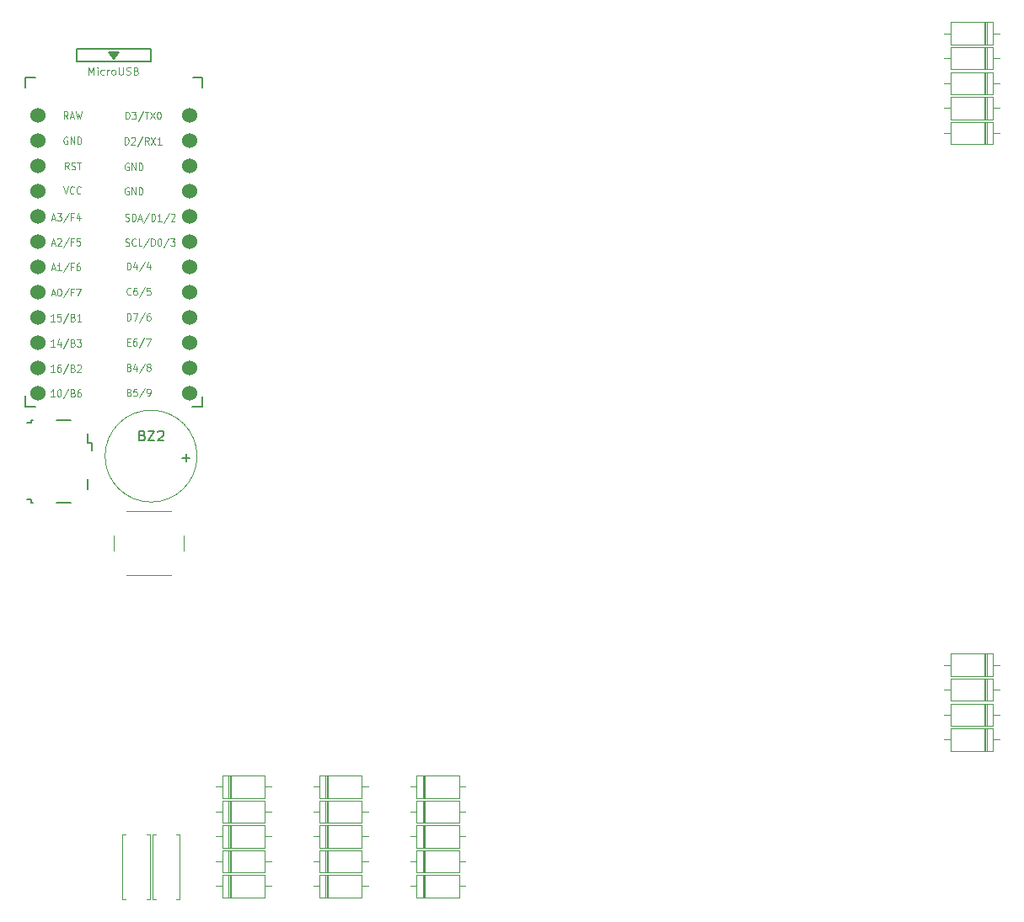
<source format=gto>
%TF.GenerationSoftware,KiCad,Pcbnew,(5.99.0-12766-g4a3658027e)*%
%TF.CreationDate,2021-12-04T14:11:47+09:00*%
%TF.ProjectId,right,72696768-742e-46b6-9963-61645f706362,rev?*%
%TF.SameCoordinates,Original*%
%TF.FileFunction,Legend,Top*%
%TF.FilePolarity,Positive*%
%FSLAX46Y46*%
G04 Gerber Fmt 4.6, Leading zero omitted, Abs format (unit mm)*
G04 Created by KiCad (PCBNEW (5.99.0-12766-g4a3658027e)) date 2021-12-04 14:11:47*
%MOMM*%
%LPD*%
G01*
G04 APERTURE LIST*
%ADD10C,0.125000*%
%ADD11C,0.150000*%
%ADD12C,0.120000*%
%ADD13C,1.524000*%
%ADD14R,1.600000X1.600000*%
%ADD15O,1.600000X1.600000*%
%ADD16C,1.600000*%
%ADD17C,3.000000*%
%ADD18C,3.400000*%
%ADD19C,1.900000*%
%ADD20C,0.990600*%
%ADD21C,2.000000*%
%ADD22C,5.700000*%
%ADD23O,0.800000X0.800000*%
%ADD24R,1.300000X0.450000*%
%ADD25O,1.800000X1.150000*%
%ADD26O,2.000000X1.450000*%
G04 APERTURE END LIST*
D10*
%TO.C,U2*%
X169817380Y-57039285D02*
X169434523Y-57039285D01*
X169625952Y-57039285D02*
X169625952Y-56289285D01*
X169562142Y-56396428D01*
X169498333Y-56467857D01*
X169434523Y-56503571D01*
X170232142Y-56289285D02*
X170295952Y-56289285D01*
X170359761Y-56325000D01*
X170391666Y-56360714D01*
X170423571Y-56432142D01*
X170455476Y-56575000D01*
X170455476Y-56753571D01*
X170423571Y-56896428D01*
X170391666Y-56967857D01*
X170359761Y-57003571D01*
X170295952Y-57039285D01*
X170232142Y-57039285D01*
X170168333Y-57003571D01*
X170136428Y-56967857D01*
X170104523Y-56896428D01*
X170072619Y-56753571D01*
X170072619Y-56575000D01*
X170104523Y-56432142D01*
X170136428Y-56360714D01*
X170168333Y-56325000D01*
X170232142Y-56289285D01*
X171221190Y-56253571D02*
X170646904Y-57217857D01*
X171667857Y-56646428D02*
X171763571Y-56682142D01*
X171795476Y-56717857D01*
X171827380Y-56789285D01*
X171827380Y-56896428D01*
X171795476Y-56967857D01*
X171763571Y-57003571D01*
X171699761Y-57039285D01*
X171444523Y-57039285D01*
X171444523Y-56289285D01*
X171667857Y-56289285D01*
X171731666Y-56325000D01*
X171763571Y-56360714D01*
X171795476Y-56432142D01*
X171795476Y-56503571D01*
X171763571Y-56575000D01*
X171731666Y-56610714D01*
X171667857Y-56646428D01*
X171444523Y-56646428D01*
X172401666Y-56289285D02*
X172274047Y-56289285D01*
X172210238Y-56325000D01*
X172178333Y-56360714D01*
X172114523Y-56467857D01*
X172082619Y-56610714D01*
X172082619Y-56896428D01*
X172114523Y-56967857D01*
X172146428Y-57003571D01*
X172210238Y-57039285D01*
X172337857Y-57039285D01*
X172401666Y-57003571D01*
X172433571Y-56967857D01*
X172465476Y-56896428D01*
X172465476Y-56717857D01*
X172433571Y-56646428D01*
X172401666Y-56610714D01*
X172337857Y-56575000D01*
X172210238Y-56575000D01*
X172146428Y-56610714D01*
X172114523Y-56646428D01*
X172082619Y-56717857D01*
X170706666Y-35889285D02*
X170930000Y-36639285D01*
X171153333Y-35889285D01*
X171759523Y-36567857D02*
X171727619Y-36603571D01*
X171631904Y-36639285D01*
X171568095Y-36639285D01*
X171472380Y-36603571D01*
X171408571Y-36532142D01*
X171376666Y-36460714D01*
X171344761Y-36317857D01*
X171344761Y-36210714D01*
X171376666Y-36067857D01*
X171408571Y-35996428D01*
X171472380Y-35925000D01*
X171568095Y-35889285D01*
X171631904Y-35889285D01*
X171727619Y-35925000D01*
X171759523Y-35960714D01*
X172429523Y-36567857D02*
X172397619Y-36603571D01*
X172301904Y-36639285D01*
X172238095Y-36639285D01*
X172142380Y-36603571D01*
X172078571Y-36532142D01*
X172046666Y-36460714D01*
X172014761Y-36317857D01*
X172014761Y-36210714D01*
X172046666Y-36067857D01*
X172078571Y-35996428D01*
X172142380Y-35925000D01*
X172238095Y-35889285D01*
X172301904Y-35889285D01*
X172397619Y-35925000D01*
X172429523Y-35960714D01*
X176911428Y-39328571D02*
X177007142Y-39364285D01*
X177166666Y-39364285D01*
X177230476Y-39328571D01*
X177262380Y-39292857D01*
X177294285Y-39221428D01*
X177294285Y-39150000D01*
X177262380Y-39078571D01*
X177230476Y-39042857D01*
X177166666Y-39007142D01*
X177039047Y-38971428D01*
X176975238Y-38935714D01*
X176943333Y-38900000D01*
X176911428Y-38828571D01*
X176911428Y-38757142D01*
X176943333Y-38685714D01*
X176975238Y-38650000D01*
X177039047Y-38614285D01*
X177198571Y-38614285D01*
X177294285Y-38650000D01*
X177581428Y-39364285D02*
X177581428Y-38614285D01*
X177740952Y-38614285D01*
X177836666Y-38650000D01*
X177900476Y-38721428D01*
X177932380Y-38792857D01*
X177964285Y-38935714D01*
X177964285Y-39042857D01*
X177932380Y-39185714D01*
X177900476Y-39257142D01*
X177836666Y-39328571D01*
X177740952Y-39364285D01*
X177581428Y-39364285D01*
X178219523Y-39150000D02*
X178538571Y-39150000D01*
X178155714Y-39364285D02*
X178379047Y-38614285D01*
X178602380Y-39364285D01*
X179304285Y-38578571D02*
X178730000Y-39542857D01*
X179527619Y-39364285D02*
X179527619Y-38614285D01*
X179687142Y-38614285D01*
X179782857Y-38650000D01*
X179846666Y-38721428D01*
X179878571Y-38792857D01*
X179910476Y-38935714D01*
X179910476Y-39042857D01*
X179878571Y-39185714D01*
X179846666Y-39257142D01*
X179782857Y-39328571D01*
X179687142Y-39364285D01*
X179527619Y-39364285D01*
X180548571Y-39364285D02*
X180165714Y-39364285D01*
X180357142Y-39364285D02*
X180357142Y-38614285D01*
X180293333Y-38721428D01*
X180229523Y-38792857D01*
X180165714Y-38828571D01*
X181314285Y-38578571D02*
X180740000Y-39542857D01*
X181505714Y-38685714D02*
X181537619Y-38650000D01*
X181601428Y-38614285D01*
X181760952Y-38614285D01*
X181824761Y-38650000D01*
X181856666Y-38685714D01*
X181888571Y-38757142D01*
X181888571Y-38828571D01*
X181856666Y-38935714D01*
X181473809Y-39364285D01*
X181888571Y-39364285D01*
X176961190Y-29114285D02*
X176961190Y-28364285D01*
X177120714Y-28364285D01*
X177216428Y-28400000D01*
X177280238Y-28471428D01*
X177312142Y-28542857D01*
X177344047Y-28685714D01*
X177344047Y-28792857D01*
X177312142Y-28935714D01*
X177280238Y-29007142D01*
X177216428Y-29078571D01*
X177120714Y-29114285D01*
X176961190Y-29114285D01*
X177567380Y-28364285D02*
X177982142Y-28364285D01*
X177758809Y-28650000D01*
X177854523Y-28650000D01*
X177918333Y-28685714D01*
X177950238Y-28721428D01*
X177982142Y-28792857D01*
X177982142Y-28971428D01*
X177950238Y-29042857D01*
X177918333Y-29078571D01*
X177854523Y-29114285D01*
X177663095Y-29114285D01*
X177599285Y-29078571D01*
X177567380Y-29042857D01*
X178747857Y-28328571D02*
X178173571Y-29292857D01*
X178875476Y-28364285D02*
X179258333Y-28364285D01*
X179066904Y-29114285D02*
X179066904Y-28364285D01*
X179417857Y-28364285D02*
X179864523Y-29114285D01*
X179864523Y-28364285D02*
X179417857Y-29114285D01*
X180247380Y-28364285D02*
X180311190Y-28364285D01*
X180375000Y-28400000D01*
X180406904Y-28435714D01*
X180438809Y-28507142D01*
X180470714Y-28650000D01*
X180470714Y-28828571D01*
X180438809Y-28971428D01*
X180406904Y-29042857D01*
X180375000Y-29078571D01*
X180311190Y-29114285D01*
X180247380Y-29114285D01*
X180183571Y-29078571D01*
X180151666Y-29042857D01*
X180119761Y-28971428D01*
X180087857Y-28828571D01*
X180087857Y-28650000D01*
X180119761Y-28507142D01*
X180151666Y-28435714D01*
X180183571Y-28400000D01*
X180247380Y-28364285D01*
X171233095Y-34189285D02*
X171009761Y-33832142D01*
X170850238Y-34189285D02*
X170850238Y-33439285D01*
X171105476Y-33439285D01*
X171169285Y-33475000D01*
X171201190Y-33510714D01*
X171233095Y-33582142D01*
X171233095Y-33689285D01*
X171201190Y-33760714D01*
X171169285Y-33796428D01*
X171105476Y-33832142D01*
X170850238Y-33832142D01*
X171488333Y-34153571D02*
X171584047Y-34189285D01*
X171743571Y-34189285D01*
X171807380Y-34153571D01*
X171839285Y-34117857D01*
X171871190Y-34046428D01*
X171871190Y-33975000D01*
X171839285Y-33903571D01*
X171807380Y-33867857D01*
X171743571Y-33832142D01*
X171615952Y-33796428D01*
X171552142Y-33760714D01*
X171520238Y-33725000D01*
X171488333Y-33653571D01*
X171488333Y-33582142D01*
X171520238Y-33510714D01*
X171552142Y-33475000D01*
X171615952Y-33439285D01*
X171775476Y-33439285D01*
X171871190Y-33475000D01*
X172062619Y-33439285D02*
X172445476Y-33439285D01*
X172254047Y-34189285D02*
X172254047Y-33439285D01*
X177117380Y-51521428D02*
X177340714Y-51521428D01*
X177436428Y-51914285D02*
X177117380Y-51914285D01*
X177117380Y-51164285D01*
X177436428Y-51164285D01*
X178010714Y-51164285D02*
X177883095Y-51164285D01*
X177819285Y-51200000D01*
X177787380Y-51235714D01*
X177723571Y-51342857D01*
X177691666Y-51485714D01*
X177691666Y-51771428D01*
X177723571Y-51842857D01*
X177755476Y-51878571D01*
X177819285Y-51914285D01*
X177946904Y-51914285D01*
X178010714Y-51878571D01*
X178042619Y-51842857D01*
X178074523Y-51771428D01*
X178074523Y-51592857D01*
X178042619Y-51521428D01*
X178010714Y-51485714D01*
X177946904Y-51450000D01*
X177819285Y-51450000D01*
X177755476Y-51485714D01*
X177723571Y-51521428D01*
X177691666Y-51592857D01*
X178840238Y-51128571D02*
X178265952Y-52092857D01*
X178999761Y-51164285D02*
X179446428Y-51164285D01*
X179159285Y-51914285D01*
X177085476Y-44264285D02*
X177085476Y-43514285D01*
X177245000Y-43514285D01*
X177340714Y-43550000D01*
X177404523Y-43621428D01*
X177436428Y-43692857D01*
X177468333Y-43835714D01*
X177468333Y-43942857D01*
X177436428Y-44085714D01*
X177404523Y-44157142D01*
X177340714Y-44228571D01*
X177245000Y-44264285D01*
X177085476Y-44264285D01*
X178042619Y-43764285D02*
X178042619Y-44264285D01*
X177883095Y-43478571D02*
X177723571Y-44014285D01*
X178138333Y-44014285D01*
X178872142Y-43478571D02*
X178297857Y-44442857D01*
X179382619Y-43764285D02*
X179382619Y-44264285D01*
X179223095Y-43478571D02*
X179063571Y-44014285D01*
X179478333Y-44014285D01*
X177468333Y-46742857D02*
X177436428Y-46778571D01*
X177340714Y-46814285D01*
X177276904Y-46814285D01*
X177181190Y-46778571D01*
X177117380Y-46707142D01*
X177085476Y-46635714D01*
X177053571Y-46492857D01*
X177053571Y-46385714D01*
X177085476Y-46242857D01*
X177117380Y-46171428D01*
X177181190Y-46100000D01*
X177276904Y-46064285D01*
X177340714Y-46064285D01*
X177436428Y-46100000D01*
X177468333Y-46135714D01*
X178042619Y-46064285D02*
X177915000Y-46064285D01*
X177851190Y-46100000D01*
X177819285Y-46135714D01*
X177755476Y-46242857D01*
X177723571Y-46385714D01*
X177723571Y-46671428D01*
X177755476Y-46742857D01*
X177787380Y-46778571D01*
X177851190Y-46814285D01*
X177978809Y-46814285D01*
X178042619Y-46778571D01*
X178074523Y-46742857D01*
X178106428Y-46671428D01*
X178106428Y-46492857D01*
X178074523Y-46421428D01*
X178042619Y-46385714D01*
X177978809Y-46350000D01*
X177851190Y-46350000D01*
X177787380Y-46385714D01*
X177755476Y-46421428D01*
X177723571Y-46492857D01*
X178872142Y-46028571D02*
X178297857Y-46992857D01*
X179414523Y-46064285D02*
X179095476Y-46064285D01*
X179063571Y-46421428D01*
X179095476Y-46385714D01*
X179159285Y-46350000D01*
X179318809Y-46350000D01*
X179382619Y-46385714D01*
X179414523Y-46421428D01*
X179446428Y-46492857D01*
X179446428Y-46671428D01*
X179414523Y-46742857D01*
X179382619Y-46778571D01*
X179318809Y-46814285D01*
X179159285Y-46814285D01*
X179095476Y-46778571D01*
X179063571Y-46742857D01*
D11*
D10*
X171089523Y-30925000D02*
X171025714Y-30889285D01*
X170930000Y-30889285D01*
X170834285Y-30925000D01*
X170770476Y-30996428D01*
X170738571Y-31067857D01*
X170706666Y-31210714D01*
X170706666Y-31317857D01*
X170738571Y-31460714D01*
X170770476Y-31532142D01*
X170834285Y-31603571D01*
X170930000Y-31639285D01*
X170993809Y-31639285D01*
X171089523Y-31603571D01*
X171121428Y-31567857D01*
X171121428Y-31317857D01*
X170993809Y-31317857D01*
X171408571Y-31639285D02*
X171408571Y-30889285D01*
X171791428Y-31639285D01*
X171791428Y-30889285D01*
X172110476Y-31639285D02*
X172110476Y-30889285D01*
X172270000Y-30889285D01*
X172365714Y-30925000D01*
X172429523Y-30996428D01*
X172461428Y-31067857D01*
X172493333Y-31210714D01*
X172493333Y-31317857D01*
X172461428Y-31460714D01*
X172429523Y-31532142D01*
X172365714Y-31603571D01*
X172270000Y-31639285D01*
X172110476Y-31639285D01*
X169514285Y-41625000D02*
X169833333Y-41625000D01*
X169450476Y-41839285D02*
X169673809Y-41089285D01*
X169897142Y-41839285D01*
X170088571Y-41160714D02*
X170120476Y-41125000D01*
X170184285Y-41089285D01*
X170343809Y-41089285D01*
X170407619Y-41125000D01*
X170439523Y-41160714D01*
X170471428Y-41232142D01*
X170471428Y-41303571D01*
X170439523Y-41410714D01*
X170056666Y-41839285D01*
X170471428Y-41839285D01*
X171237142Y-41053571D02*
X170662857Y-42017857D01*
X171683809Y-41446428D02*
X171460476Y-41446428D01*
X171460476Y-41839285D02*
X171460476Y-41089285D01*
X171779523Y-41089285D01*
X172353809Y-41089285D02*
X172034761Y-41089285D01*
X172002857Y-41446428D01*
X172034761Y-41410714D01*
X172098571Y-41375000D01*
X172258095Y-41375000D01*
X172321904Y-41410714D01*
X172353809Y-41446428D01*
X172385714Y-41517857D01*
X172385714Y-41696428D01*
X172353809Y-41767857D01*
X172321904Y-41803571D01*
X172258095Y-41839285D01*
X172098571Y-41839285D01*
X172034761Y-41803571D01*
X172002857Y-41767857D01*
X169514285Y-44125000D02*
X169833333Y-44125000D01*
X169450476Y-44339285D02*
X169673809Y-43589285D01*
X169897142Y-44339285D01*
X170471428Y-44339285D02*
X170088571Y-44339285D01*
X170280000Y-44339285D02*
X170280000Y-43589285D01*
X170216190Y-43696428D01*
X170152380Y-43767857D01*
X170088571Y-43803571D01*
X171237142Y-43553571D02*
X170662857Y-44517857D01*
X171683809Y-43946428D02*
X171460476Y-43946428D01*
X171460476Y-44339285D02*
X171460476Y-43589285D01*
X171779523Y-43589285D01*
X172321904Y-43589285D02*
X172194285Y-43589285D01*
X172130476Y-43625000D01*
X172098571Y-43660714D01*
X172034761Y-43767857D01*
X172002857Y-43910714D01*
X172002857Y-44196428D01*
X172034761Y-44267857D01*
X172066666Y-44303571D01*
X172130476Y-44339285D01*
X172258095Y-44339285D01*
X172321904Y-44303571D01*
X172353809Y-44267857D01*
X172385714Y-44196428D01*
X172385714Y-44017857D01*
X172353809Y-43946428D01*
X172321904Y-43910714D01*
X172258095Y-43875000D01*
X172130476Y-43875000D01*
X172066666Y-43910714D01*
X172034761Y-43946428D01*
X172002857Y-44017857D01*
X169817380Y-49439285D02*
X169434523Y-49439285D01*
X169625952Y-49439285D02*
X169625952Y-48689285D01*
X169562142Y-48796428D01*
X169498333Y-48867857D01*
X169434523Y-48903571D01*
X170423571Y-48689285D02*
X170104523Y-48689285D01*
X170072619Y-49046428D01*
X170104523Y-49010714D01*
X170168333Y-48975000D01*
X170327857Y-48975000D01*
X170391666Y-49010714D01*
X170423571Y-49046428D01*
X170455476Y-49117857D01*
X170455476Y-49296428D01*
X170423571Y-49367857D01*
X170391666Y-49403571D01*
X170327857Y-49439285D01*
X170168333Y-49439285D01*
X170104523Y-49403571D01*
X170072619Y-49367857D01*
X171221190Y-48653571D02*
X170646904Y-49617857D01*
X171667857Y-49046428D02*
X171763571Y-49082142D01*
X171795476Y-49117857D01*
X171827380Y-49189285D01*
X171827380Y-49296428D01*
X171795476Y-49367857D01*
X171763571Y-49403571D01*
X171699761Y-49439285D01*
X171444523Y-49439285D01*
X171444523Y-48689285D01*
X171667857Y-48689285D01*
X171731666Y-48725000D01*
X171763571Y-48760714D01*
X171795476Y-48832142D01*
X171795476Y-48903571D01*
X171763571Y-48975000D01*
X171731666Y-49010714D01*
X171667857Y-49046428D01*
X171444523Y-49046428D01*
X172465476Y-49439285D02*
X172082619Y-49439285D01*
X172274047Y-49439285D02*
X172274047Y-48689285D01*
X172210238Y-48796428D01*
X172146428Y-48867857D01*
X172082619Y-48903571D01*
X177308809Y-54071428D02*
X177404523Y-54107142D01*
X177436428Y-54142857D01*
X177468333Y-54214285D01*
X177468333Y-54321428D01*
X177436428Y-54392857D01*
X177404523Y-54428571D01*
X177340714Y-54464285D01*
X177085476Y-54464285D01*
X177085476Y-53714285D01*
X177308809Y-53714285D01*
X177372619Y-53750000D01*
X177404523Y-53785714D01*
X177436428Y-53857142D01*
X177436428Y-53928571D01*
X177404523Y-54000000D01*
X177372619Y-54035714D01*
X177308809Y-54071428D01*
X177085476Y-54071428D01*
X178042619Y-53964285D02*
X178042619Y-54464285D01*
X177883095Y-53678571D02*
X177723571Y-54214285D01*
X178138333Y-54214285D01*
X178872142Y-53678571D02*
X178297857Y-54642857D01*
X179191190Y-54035714D02*
X179127380Y-54000000D01*
X179095476Y-53964285D01*
X179063571Y-53892857D01*
X179063571Y-53857142D01*
X179095476Y-53785714D01*
X179127380Y-53750000D01*
X179191190Y-53714285D01*
X179318809Y-53714285D01*
X179382619Y-53750000D01*
X179414523Y-53785714D01*
X179446428Y-53857142D01*
X179446428Y-53892857D01*
X179414523Y-53964285D01*
X179382619Y-54000000D01*
X179318809Y-54035714D01*
X179191190Y-54035714D01*
X179127380Y-54071428D01*
X179095476Y-54107142D01*
X179063571Y-54178571D01*
X179063571Y-54321428D01*
X179095476Y-54392857D01*
X179127380Y-54428571D01*
X179191190Y-54464285D01*
X179318809Y-54464285D01*
X179382619Y-54428571D01*
X179414523Y-54392857D01*
X179446428Y-54321428D01*
X179446428Y-54178571D01*
X179414523Y-54107142D01*
X179382619Y-54071428D01*
X179318809Y-54035714D01*
X169514285Y-39125000D02*
X169833333Y-39125000D01*
X169450476Y-39339285D02*
X169673809Y-38589285D01*
X169897142Y-39339285D01*
X170056666Y-38589285D02*
X170471428Y-38589285D01*
X170248095Y-38875000D01*
X170343809Y-38875000D01*
X170407619Y-38910714D01*
X170439523Y-38946428D01*
X170471428Y-39017857D01*
X170471428Y-39196428D01*
X170439523Y-39267857D01*
X170407619Y-39303571D01*
X170343809Y-39339285D01*
X170152380Y-39339285D01*
X170088571Y-39303571D01*
X170056666Y-39267857D01*
X171237142Y-38553571D02*
X170662857Y-39517857D01*
X171683809Y-38946428D02*
X171460476Y-38946428D01*
X171460476Y-39339285D02*
X171460476Y-38589285D01*
X171779523Y-38589285D01*
X172321904Y-38839285D02*
X172321904Y-39339285D01*
X172162380Y-38553571D02*
X172002857Y-39089285D01*
X172417619Y-39089285D01*
X177239523Y-33550000D02*
X177175714Y-33514285D01*
X177080000Y-33514285D01*
X176984285Y-33550000D01*
X176920476Y-33621428D01*
X176888571Y-33692857D01*
X176856666Y-33835714D01*
X176856666Y-33942857D01*
X176888571Y-34085714D01*
X176920476Y-34157142D01*
X176984285Y-34228571D01*
X177080000Y-34264285D01*
X177143809Y-34264285D01*
X177239523Y-34228571D01*
X177271428Y-34192857D01*
X177271428Y-33942857D01*
X177143809Y-33942857D01*
X177558571Y-34264285D02*
X177558571Y-33514285D01*
X177941428Y-34264285D01*
X177941428Y-33514285D01*
X178260476Y-34264285D02*
X178260476Y-33514285D01*
X178420000Y-33514285D01*
X178515714Y-33550000D01*
X178579523Y-33621428D01*
X178611428Y-33692857D01*
X178643333Y-33835714D01*
X178643333Y-33942857D01*
X178611428Y-34085714D01*
X178579523Y-34157142D01*
X178515714Y-34228571D01*
X178420000Y-34264285D01*
X178260476Y-34264285D01*
X171137380Y-29089285D02*
X170914047Y-28732142D01*
X170754523Y-29089285D02*
X170754523Y-28339285D01*
X171009761Y-28339285D01*
X171073571Y-28375000D01*
X171105476Y-28410714D01*
X171137380Y-28482142D01*
X171137380Y-28589285D01*
X171105476Y-28660714D01*
X171073571Y-28696428D01*
X171009761Y-28732142D01*
X170754523Y-28732142D01*
X171392619Y-28875000D02*
X171711666Y-28875000D01*
X171328809Y-29089285D02*
X171552142Y-28339285D01*
X171775476Y-29089285D01*
X171935000Y-28339285D02*
X172094523Y-29089285D01*
X172222142Y-28553571D01*
X172349761Y-29089285D01*
X172509285Y-28339285D01*
D12*
X173253571Y-24639285D02*
X173253571Y-23889285D01*
X173503571Y-24425000D01*
X173753571Y-23889285D01*
X173753571Y-24639285D01*
X174110714Y-24639285D02*
X174110714Y-24139285D01*
X174110714Y-23889285D02*
X174075000Y-23925000D01*
X174110714Y-23960714D01*
X174146428Y-23925000D01*
X174110714Y-23889285D01*
X174110714Y-23960714D01*
X174789285Y-24603571D02*
X174717857Y-24639285D01*
X174575000Y-24639285D01*
X174503571Y-24603571D01*
X174467857Y-24567857D01*
X174432142Y-24496428D01*
X174432142Y-24282142D01*
X174467857Y-24210714D01*
X174503571Y-24175000D01*
X174575000Y-24139285D01*
X174717857Y-24139285D01*
X174789285Y-24175000D01*
X175110714Y-24639285D02*
X175110714Y-24139285D01*
X175110714Y-24282142D02*
X175146428Y-24210714D01*
X175182142Y-24175000D01*
X175253571Y-24139285D01*
X175325000Y-24139285D01*
X175682142Y-24639285D02*
X175610714Y-24603571D01*
X175575000Y-24567857D01*
X175539285Y-24496428D01*
X175539285Y-24282142D01*
X175575000Y-24210714D01*
X175610714Y-24175000D01*
X175682142Y-24139285D01*
X175789285Y-24139285D01*
X175860714Y-24175000D01*
X175896428Y-24210714D01*
X175932142Y-24282142D01*
X175932142Y-24496428D01*
X175896428Y-24567857D01*
X175860714Y-24603571D01*
X175789285Y-24639285D01*
X175682142Y-24639285D01*
X176253571Y-23889285D02*
X176253571Y-24496428D01*
X176289285Y-24567857D01*
X176325000Y-24603571D01*
X176396428Y-24639285D01*
X176539285Y-24639285D01*
X176610714Y-24603571D01*
X176646428Y-24567857D01*
X176682142Y-24496428D01*
X176682142Y-23889285D01*
X177003571Y-24603571D02*
X177110714Y-24639285D01*
X177289285Y-24639285D01*
X177360714Y-24603571D01*
X177396428Y-24567857D01*
X177432142Y-24496428D01*
X177432142Y-24425000D01*
X177396428Y-24353571D01*
X177360714Y-24317857D01*
X177289285Y-24282142D01*
X177146428Y-24246428D01*
X177075000Y-24210714D01*
X177039285Y-24175000D01*
X177003571Y-24103571D01*
X177003571Y-24032142D01*
X177039285Y-23960714D01*
X177075000Y-23925000D01*
X177146428Y-23889285D01*
X177325000Y-23889285D01*
X177432142Y-23925000D01*
X178003571Y-24246428D02*
X178110714Y-24282142D01*
X178146428Y-24317857D01*
X178182142Y-24389285D01*
X178182142Y-24496428D01*
X178146428Y-24567857D01*
X178110714Y-24603571D01*
X178039285Y-24639285D01*
X177753571Y-24639285D01*
X177753571Y-23889285D01*
X178003571Y-23889285D01*
X178075000Y-23925000D01*
X178110714Y-23960714D01*
X178146428Y-24032142D01*
X178146428Y-24103571D01*
X178110714Y-24175000D01*
X178075000Y-24210714D01*
X178003571Y-24246428D01*
X177753571Y-24246428D01*
D10*
X176881428Y-31664285D02*
X176881428Y-30914285D01*
X177040952Y-30914285D01*
X177136666Y-30950000D01*
X177200476Y-31021428D01*
X177232380Y-31092857D01*
X177264285Y-31235714D01*
X177264285Y-31342857D01*
X177232380Y-31485714D01*
X177200476Y-31557142D01*
X177136666Y-31628571D01*
X177040952Y-31664285D01*
X176881428Y-31664285D01*
X177519523Y-30985714D02*
X177551428Y-30950000D01*
X177615238Y-30914285D01*
X177774761Y-30914285D01*
X177838571Y-30950000D01*
X177870476Y-30985714D01*
X177902380Y-31057142D01*
X177902380Y-31128571D01*
X177870476Y-31235714D01*
X177487619Y-31664285D01*
X177902380Y-31664285D01*
X178668095Y-30878571D02*
X178093809Y-31842857D01*
X179274285Y-31664285D02*
X179050952Y-31307142D01*
X178891428Y-31664285D02*
X178891428Y-30914285D01*
X179146666Y-30914285D01*
X179210476Y-30950000D01*
X179242380Y-30985714D01*
X179274285Y-31057142D01*
X179274285Y-31164285D01*
X179242380Y-31235714D01*
X179210476Y-31271428D01*
X179146666Y-31307142D01*
X178891428Y-31307142D01*
X179497619Y-30914285D02*
X179944285Y-31664285D01*
X179944285Y-30914285D02*
X179497619Y-31664285D01*
X180550476Y-31664285D02*
X180167619Y-31664285D01*
X180359047Y-31664285D02*
X180359047Y-30914285D01*
X180295238Y-31021428D01*
X180231428Y-31092857D01*
X180167619Y-31128571D01*
X177085476Y-49364285D02*
X177085476Y-48614285D01*
X177245000Y-48614285D01*
X177340714Y-48650000D01*
X177404523Y-48721428D01*
X177436428Y-48792857D01*
X177468333Y-48935714D01*
X177468333Y-49042857D01*
X177436428Y-49185714D01*
X177404523Y-49257142D01*
X177340714Y-49328571D01*
X177245000Y-49364285D01*
X177085476Y-49364285D01*
X177691666Y-48614285D02*
X178138333Y-48614285D01*
X177851190Y-49364285D01*
X178872142Y-48578571D02*
X178297857Y-49542857D01*
X179382619Y-48614285D02*
X179255000Y-48614285D01*
X179191190Y-48650000D01*
X179159285Y-48685714D01*
X179095476Y-48792857D01*
X179063571Y-48935714D01*
X179063571Y-49221428D01*
X179095476Y-49292857D01*
X179127380Y-49328571D01*
X179191190Y-49364285D01*
X179318809Y-49364285D01*
X179382619Y-49328571D01*
X179414523Y-49292857D01*
X179446428Y-49221428D01*
X179446428Y-49042857D01*
X179414523Y-48971428D01*
X179382619Y-48935714D01*
X179318809Y-48900000D01*
X179191190Y-48900000D01*
X179127380Y-48935714D01*
X179095476Y-48971428D01*
X179063571Y-49042857D01*
X177239523Y-36000000D02*
X177175714Y-35964285D01*
X177080000Y-35964285D01*
X176984285Y-36000000D01*
X176920476Y-36071428D01*
X176888571Y-36142857D01*
X176856666Y-36285714D01*
X176856666Y-36392857D01*
X176888571Y-36535714D01*
X176920476Y-36607142D01*
X176984285Y-36678571D01*
X177080000Y-36714285D01*
X177143809Y-36714285D01*
X177239523Y-36678571D01*
X177271428Y-36642857D01*
X177271428Y-36392857D01*
X177143809Y-36392857D01*
X177558571Y-36714285D02*
X177558571Y-35964285D01*
X177941428Y-36714285D01*
X177941428Y-35964285D01*
X178260476Y-36714285D02*
X178260476Y-35964285D01*
X178420000Y-35964285D01*
X178515714Y-36000000D01*
X178579523Y-36071428D01*
X178611428Y-36142857D01*
X178643333Y-36285714D01*
X178643333Y-36392857D01*
X178611428Y-36535714D01*
X178579523Y-36607142D01*
X178515714Y-36678571D01*
X178420000Y-36714285D01*
X178260476Y-36714285D01*
X169514285Y-46675000D02*
X169833333Y-46675000D01*
X169450476Y-46889285D02*
X169673809Y-46139285D01*
X169897142Y-46889285D01*
X170248095Y-46139285D02*
X170311904Y-46139285D01*
X170375714Y-46175000D01*
X170407619Y-46210714D01*
X170439523Y-46282142D01*
X170471428Y-46425000D01*
X170471428Y-46603571D01*
X170439523Y-46746428D01*
X170407619Y-46817857D01*
X170375714Y-46853571D01*
X170311904Y-46889285D01*
X170248095Y-46889285D01*
X170184285Y-46853571D01*
X170152380Y-46817857D01*
X170120476Y-46746428D01*
X170088571Y-46603571D01*
X170088571Y-46425000D01*
X170120476Y-46282142D01*
X170152380Y-46210714D01*
X170184285Y-46175000D01*
X170248095Y-46139285D01*
X171237142Y-46103571D02*
X170662857Y-47067857D01*
X171683809Y-46496428D02*
X171460476Y-46496428D01*
X171460476Y-46889285D02*
X171460476Y-46139285D01*
X171779523Y-46139285D01*
X171970952Y-46139285D02*
X172417619Y-46139285D01*
X172130476Y-46889285D01*
X169817380Y-54539285D02*
X169434523Y-54539285D01*
X169625952Y-54539285D02*
X169625952Y-53789285D01*
X169562142Y-53896428D01*
X169498333Y-53967857D01*
X169434523Y-54003571D01*
X170391666Y-53789285D02*
X170264047Y-53789285D01*
X170200238Y-53825000D01*
X170168333Y-53860714D01*
X170104523Y-53967857D01*
X170072619Y-54110714D01*
X170072619Y-54396428D01*
X170104523Y-54467857D01*
X170136428Y-54503571D01*
X170200238Y-54539285D01*
X170327857Y-54539285D01*
X170391666Y-54503571D01*
X170423571Y-54467857D01*
X170455476Y-54396428D01*
X170455476Y-54217857D01*
X170423571Y-54146428D01*
X170391666Y-54110714D01*
X170327857Y-54075000D01*
X170200238Y-54075000D01*
X170136428Y-54110714D01*
X170104523Y-54146428D01*
X170072619Y-54217857D01*
X171221190Y-53753571D02*
X170646904Y-54717857D01*
X171667857Y-54146428D02*
X171763571Y-54182142D01*
X171795476Y-54217857D01*
X171827380Y-54289285D01*
X171827380Y-54396428D01*
X171795476Y-54467857D01*
X171763571Y-54503571D01*
X171699761Y-54539285D01*
X171444523Y-54539285D01*
X171444523Y-53789285D01*
X171667857Y-53789285D01*
X171731666Y-53825000D01*
X171763571Y-53860714D01*
X171795476Y-53932142D01*
X171795476Y-54003571D01*
X171763571Y-54075000D01*
X171731666Y-54110714D01*
X171667857Y-54146428D01*
X171444523Y-54146428D01*
X172082619Y-53860714D02*
X172114523Y-53825000D01*
X172178333Y-53789285D01*
X172337857Y-53789285D01*
X172401666Y-53825000D01*
X172433571Y-53860714D01*
X172465476Y-53932142D01*
X172465476Y-54003571D01*
X172433571Y-54110714D01*
X172050714Y-54539285D01*
X172465476Y-54539285D01*
X177308809Y-56571428D02*
X177404523Y-56607142D01*
X177436428Y-56642857D01*
X177468333Y-56714285D01*
X177468333Y-56821428D01*
X177436428Y-56892857D01*
X177404523Y-56928571D01*
X177340714Y-56964285D01*
X177085476Y-56964285D01*
X177085476Y-56214285D01*
X177308809Y-56214285D01*
X177372619Y-56250000D01*
X177404523Y-56285714D01*
X177436428Y-56357142D01*
X177436428Y-56428571D01*
X177404523Y-56500000D01*
X177372619Y-56535714D01*
X177308809Y-56571428D01*
X177085476Y-56571428D01*
X178074523Y-56214285D02*
X177755476Y-56214285D01*
X177723571Y-56571428D01*
X177755476Y-56535714D01*
X177819285Y-56500000D01*
X177978809Y-56500000D01*
X178042619Y-56535714D01*
X178074523Y-56571428D01*
X178106428Y-56642857D01*
X178106428Y-56821428D01*
X178074523Y-56892857D01*
X178042619Y-56928571D01*
X177978809Y-56964285D01*
X177819285Y-56964285D01*
X177755476Y-56928571D01*
X177723571Y-56892857D01*
X178872142Y-56178571D02*
X178297857Y-57142857D01*
X179127380Y-56964285D02*
X179255000Y-56964285D01*
X179318809Y-56928571D01*
X179350714Y-56892857D01*
X179414523Y-56785714D01*
X179446428Y-56642857D01*
X179446428Y-56357142D01*
X179414523Y-56285714D01*
X179382619Y-56250000D01*
X179318809Y-56214285D01*
X179191190Y-56214285D01*
X179127380Y-56250000D01*
X179095476Y-56285714D01*
X179063571Y-56357142D01*
X179063571Y-56535714D01*
X179095476Y-56607142D01*
X179127380Y-56642857D01*
X179191190Y-56678571D01*
X179318809Y-56678571D01*
X179382619Y-56642857D01*
X179414523Y-56607142D01*
X179446428Y-56535714D01*
X176927380Y-41828571D02*
X177023095Y-41864285D01*
X177182619Y-41864285D01*
X177246428Y-41828571D01*
X177278333Y-41792857D01*
X177310238Y-41721428D01*
X177310238Y-41650000D01*
X177278333Y-41578571D01*
X177246428Y-41542857D01*
X177182619Y-41507142D01*
X177055000Y-41471428D01*
X176991190Y-41435714D01*
X176959285Y-41400000D01*
X176927380Y-41328571D01*
X176927380Y-41257142D01*
X176959285Y-41185714D01*
X176991190Y-41150000D01*
X177055000Y-41114285D01*
X177214523Y-41114285D01*
X177310238Y-41150000D01*
X177980238Y-41792857D02*
X177948333Y-41828571D01*
X177852619Y-41864285D01*
X177788809Y-41864285D01*
X177693095Y-41828571D01*
X177629285Y-41757142D01*
X177597380Y-41685714D01*
X177565476Y-41542857D01*
X177565476Y-41435714D01*
X177597380Y-41292857D01*
X177629285Y-41221428D01*
X177693095Y-41150000D01*
X177788809Y-41114285D01*
X177852619Y-41114285D01*
X177948333Y-41150000D01*
X177980238Y-41185714D01*
X178586428Y-41864285D02*
X178267380Y-41864285D01*
X178267380Y-41114285D01*
X179288333Y-41078571D02*
X178714047Y-42042857D01*
X179511666Y-41864285D02*
X179511666Y-41114285D01*
X179671190Y-41114285D01*
X179766904Y-41150000D01*
X179830714Y-41221428D01*
X179862619Y-41292857D01*
X179894523Y-41435714D01*
X179894523Y-41542857D01*
X179862619Y-41685714D01*
X179830714Y-41757142D01*
X179766904Y-41828571D01*
X179671190Y-41864285D01*
X179511666Y-41864285D01*
X180309285Y-41114285D02*
X180373095Y-41114285D01*
X180436904Y-41150000D01*
X180468809Y-41185714D01*
X180500714Y-41257142D01*
X180532619Y-41400000D01*
X180532619Y-41578571D01*
X180500714Y-41721428D01*
X180468809Y-41792857D01*
X180436904Y-41828571D01*
X180373095Y-41864285D01*
X180309285Y-41864285D01*
X180245476Y-41828571D01*
X180213571Y-41792857D01*
X180181666Y-41721428D01*
X180149761Y-41578571D01*
X180149761Y-41400000D01*
X180181666Y-41257142D01*
X180213571Y-41185714D01*
X180245476Y-41150000D01*
X180309285Y-41114285D01*
X181298333Y-41078571D02*
X180724047Y-42042857D01*
X181457857Y-41114285D02*
X181872619Y-41114285D01*
X181649285Y-41400000D01*
X181745000Y-41400000D01*
X181808809Y-41435714D01*
X181840714Y-41471428D01*
X181872619Y-41542857D01*
X181872619Y-41721428D01*
X181840714Y-41792857D01*
X181808809Y-41828571D01*
X181745000Y-41864285D01*
X181553571Y-41864285D01*
X181489761Y-41828571D01*
X181457857Y-41792857D01*
X169817380Y-51989285D02*
X169434523Y-51989285D01*
X169625952Y-51989285D02*
X169625952Y-51239285D01*
X169562142Y-51346428D01*
X169498333Y-51417857D01*
X169434523Y-51453571D01*
X170391666Y-51489285D02*
X170391666Y-51989285D01*
X170232142Y-51203571D02*
X170072619Y-51739285D01*
X170487380Y-51739285D01*
X171221190Y-51203571D02*
X170646904Y-52167857D01*
X171667857Y-51596428D02*
X171763571Y-51632142D01*
X171795476Y-51667857D01*
X171827380Y-51739285D01*
X171827380Y-51846428D01*
X171795476Y-51917857D01*
X171763571Y-51953571D01*
X171699761Y-51989285D01*
X171444523Y-51989285D01*
X171444523Y-51239285D01*
X171667857Y-51239285D01*
X171731666Y-51275000D01*
X171763571Y-51310714D01*
X171795476Y-51382142D01*
X171795476Y-51453571D01*
X171763571Y-51525000D01*
X171731666Y-51560714D01*
X171667857Y-51596428D01*
X171444523Y-51596428D01*
X172050714Y-51239285D02*
X172465476Y-51239285D01*
X172242142Y-51525000D01*
X172337857Y-51525000D01*
X172401666Y-51560714D01*
X172433571Y-51596428D01*
X172465476Y-51667857D01*
X172465476Y-51846428D01*
X172433571Y-51917857D01*
X172401666Y-51953571D01*
X172337857Y-51989285D01*
X172146428Y-51989285D01*
X172082619Y-51953571D01*
X172050714Y-51917857D01*
D11*
%TO.C,BZ2*%
X178619047Y-60928571D02*
X178761904Y-60976190D01*
X178809523Y-61023809D01*
X178857142Y-61119047D01*
X178857142Y-61261904D01*
X178809523Y-61357142D01*
X178761904Y-61404761D01*
X178666666Y-61452380D01*
X178285714Y-61452380D01*
X178285714Y-60452380D01*
X178619047Y-60452380D01*
X178714285Y-60500000D01*
X178761904Y-60547619D01*
X178809523Y-60642857D01*
X178809523Y-60738095D01*
X178761904Y-60833333D01*
X178714285Y-60880952D01*
X178619047Y-60928571D01*
X178285714Y-60928571D01*
X179190476Y-60452380D02*
X179857142Y-60452380D01*
X179190476Y-61452380D01*
X179857142Y-61452380D01*
X180190476Y-60547619D02*
X180238095Y-60500000D01*
X180333333Y-60452380D01*
X180571428Y-60452380D01*
X180666666Y-60500000D01*
X180714285Y-60547619D01*
X180761904Y-60642857D01*
X180761904Y-60738095D01*
X180714285Y-60880952D01*
X180142857Y-61452380D01*
X180761904Y-61452380D01*
X182619047Y-63171428D02*
X183380952Y-63171428D01*
X183000000Y-63552380D02*
X183000000Y-62790476D01*
D12*
%TO.C,D24*%
X264060000Y-21620000D02*
X264060000Y-19380000D01*
X263460000Y-21620000D02*
X263460000Y-19380000D01*
X264710000Y-20500000D02*
X264060000Y-20500000D01*
X263220000Y-21620000D02*
X263220000Y-19380000D01*
X259820000Y-21620000D02*
X264060000Y-21620000D01*
X263340000Y-21620000D02*
X263340000Y-19380000D01*
X259820000Y-19380000D02*
X259820000Y-21620000D01*
X264060000Y-19380000D02*
X259820000Y-19380000D01*
X259170000Y-20500000D02*
X259820000Y-20500000D01*
%TO.C,D27*%
X187530000Y-95130000D02*
X187530000Y-97370000D01*
X187290000Y-95130000D02*
X187290000Y-97370000D01*
X187410000Y-95130000D02*
X187410000Y-97370000D01*
X190930000Y-97370000D02*
X190930000Y-95130000D01*
X186690000Y-97370000D02*
X190930000Y-97370000D01*
X186040000Y-96250000D02*
X186690000Y-96250000D01*
X190930000Y-95130000D02*
X186690000Y-95130000D01*
X191580000Y-96250000D02*
X190930000Y-96250000D01*
X186690000Y-95130000D02*
X186690000Y-97370000D01*
%TO.C,D28*%
X263460000Y-85120000D02*
X263460000Y-82880000D01*
X264060000Y-85120000D02*
X264060000Y-82880000D01*
X264710000Y-84000000D02*
X264060000Y-84000000D01*
X263220000Y-85120000D02*
X263220000Y-82880000D01*
X264060000Y-82880000D02*
X259820000Y-82880000D01*
X263340000Y-85120000D02*
X263340000Y-82880000D01*
X259820000Y-82880000D02*
X259820000Y-85120000D01*
X259820000Y-85120000D02*
X264060000Y-85120000D01*
X259170000Y-84000000D02*
X259820000Y-84000000D01*
%TO.C,D29*%
X264710000Y-23000000D02*
X264060000Y-23000000D01*
X259170000Y-23000000D02*
X259820000Y-23000000D01*
X263340000Y-24120000D02*
X263340000Y-21880000D01*
X259820000Y-24120000D02*
X264060000Y-24120000D01*
X259820000Y-21880000D02*
X259820000Y-24120000D01*
X263460000Y-24120000D02*
X263460000Y-21880000D01*
X264060000Y-24120000D02*
X264060000Y-21880000D01*
X264060000Y-21880000D02*
X259820000Y-21880000D01*
X263220000Y-24120000D02*
X263220000Y-21880000D01*
%TO.C,D30*%
X206190000Y-97630000D02*
X206190000Y-99870000D01*
X210430000Y-99870000D02*
X210430000Y-97630000D01*
X206190000Y-99870000D02*
X210430000Y-99870000D01*
X210430000Y-97630000D02*
X206190000Y-97630000D01*
X206910000Y-97630000D02*
X206910000Y-99870000D01*
X211080000Y-98750000D02*
X210430000Y-98750000D01*
X207030000Y-97630000D02*
X207030000Y-99870000D01*
X206790000Y-97630000D02*
X206790000Y-99870000D01*
X205540000Y-98750000D02*
X206190000Y-98750000D01*
%TO.C,D32*%
X187530000Y-97630000D02*
X187530000Y-99870000D01*
X187290000Y-97630000D02*
X187290000Y-99870000D01*
X186040000Y-98750000D02*
X186690000Y-98750000D01*
X190930000Y-99870000D02*
X190930000Y-97630000D01*
X191580000Y-98750000D02*
X190930000Y-98750000D01*
X186690000Y-97630000D02*
X186690000Y-99870000D01*
X186690000Y-99870000D02*
X190930000Y-99870000D01*
X187410000Y-97630000D02*
X187410000Y-99870000D01*
X190930000Y-97630000D02*
X186690000Y-97630000D01*
%TO.C,D34*%
X263460000Y-26620000D02*
X263460000Y-24380000D01*
X259820000Y-24380000D02*
X259820000Y-26620000D01*
X264710000Y-25500000D02*
X264060000Y-25500000D01*
X259170000Y-25500000D02*
X259820000Y-25500000D01*
X264060000Y-26620000D02*
X264060000Y-24380000D01*
X259820000Y-26620000D02*
X264060000Y-26620000D01*
X263220000Y-26620000D02*
X263220000Y-24380000D01*
X263340000Y-26620000D02*
X263340000Y-24380000D01*
X264060000Y-24380000D02*
X259820000Y-24380000D01*
%TO.C,D35*%
X210430000Y-100130000D02*
X206190000Y-100130000D01*
X206790000Y-100130000D02*
X206790000Y-102370000D01*
X206190000Y-102370000D02*
X210430000Y-102370000D01*
X206190000Y-100130000D02*
X206190000Y-102370000D01*
X206910000Y-100130000D02*
X206910000Y-102370000D01*
X211080000Y-101250000D02*
X210430000Y-101250000D01*
X205540000Y-101250000D02*
X206190000Y-101250000D01*
X207030000Y-100130000D02*
X207030000Y-102370000D01*
X210430000Y-102370000D02*
X210430000Y-100130000D01*
%TO.C,D38*%
X264060000Y-87620000D02*
X264060000Y-85380000D01*
X259820000Y-85380000D02*
X259820000Y-87620000D01*
X264710000Y-86500000D02*
X264060000Y-86500000D01*
X259820000Y-87620000D02*
X264060000Y-87620000D01*
X263460000Y-87620000D02*
X263460000Y-85380000D01*
X259170000Y-86500000D02*
X259820000Y-86500000D01*
X263220000Y-87620000D02*
X263220000Y-85380000D01*
X264060000Y-85380000D02*
X259820000Y-85380000D01*
X263340000Y-87620000D02*
X263340000Y-85380000D01*
%TO.C,D40*%
X206790000Y-102630000D02*
X206790000Y-104870000D01*
X207030000Y-102630000D02*
X207030000Y-104870000D01*
X210430000Y-104870000D02*
X210430000Y-102630000D01*
X210430000Y-102630000D02*
X206190000Y-102630000D01*
X211080000Y-103750000D02*
X210430000Y-103750000D01*
X206190000Y-104870000D02*
X210430000Y-104870000D01*
X206190000Y-102630000D02*
X206190000Y-104870000D01*
X205540000Y-103750000D02*
X206190000Y-103750000D01*
X206910000Y-102630000D02*
X206910000Y-104870000D01*
%TO.C,D41*%
X196440000Y-104870000D02*
X200680000Y-104870000D01*
X200680000Y-104870000D02*
X200680000Y-102630000D01*
X195790000Y-103750000D02*
X196440000Y-103750000D01*
X197160000Y-102630000D02*
X197160000Y-104870000D01*
X201330000Y-103750000D02*
X200680000Y-103750000D01*
X196440000Y-102630000D02*
X196440000Y-104870000D01*
X197040000Y-102630000D02*
X197040000Y-104870000D01*
X200680000Y-102630000D02*
X196440000Y-102630000D01*
X197280000Y-102630000D02*
X197280000Y-104870000D01*
%TO.C,D42*%
X190930000Y-104870000D02*
X190930000Y-102630000D01*
X190930000Y-102630000D02*
X186690000Y-102630000D01*
X187290000Y-102630000D02*
X187290000Y-104870000D01*
X186690000Y-104870000D02*
X190930000Y-104870000D01*
X186690000Y-102630000D02*
X186690000Y-104870000D01*
X191580000Y-103750000D02*
X190930000Y-103750000D01*
X186040000Y-103750000D02*
X186690000Y-103750000D01*
X187530000Y-102630000D02*
X187530000Y-104870000D01*
X187410000Y-102630000D02*
X187410000Y-104870000D01*
%TO.C,D43*%
X263460000Y-31620000D02*
X263460000Y-29380000D01*
X264060000Y-31620000D02*
X264060000Y-29380000D01*
X259170000Y-30500000D02*
X259820000Y-30500000D01*
X259820000Y-31620000D02*
X264060000Y-31620000D01*
X259820000Y-29380000D02*
X259820000Y-31620000D01*
X264710000Y-30500000D02*
X264060000Y-30500000D01*
X264060000Y-29380000D02*
X259820000Y-29380000D01*
X263340000Y-31620000D02*
X263340000Y-29380000D01*
X263220000Y-31620000D02*
X263220000Y-29380000D01*
%TO.C,D44*%
X210430000Y-105130000D02*
X206190000Y-105130000D01*
X211080000Y-106250000D02*
X210430000Y-106250000D01*
X206790000Y-105130000D02*
X206790000Y-107370000D01*
X206190000Y-105130000D02*
X206190000Y-107370000D01*
X207030000Y-105130000D02*
X207030000Y-107370000D01*
X205540000Y-106250000D02*
X206190000Y-106250000D01*
X206190000Y-107370000D02*
X210430000Y-107370000D01*
X210430000Y-107370000D02*
X210430000Y-105130000D01*
X206910000Y-105130000D02*
X206910000Y-107370000D01*
%TO.C,D45*%
X201330000Y-106250000D02*
X200680000Y-106250000D01*
X197040000Y-105130000D02*
X197040000Y-107370000D01*
X200680000Y-105130000D02*
X196440000Y-105130000D01*
X196440000Y-105130000D02*
X196440000Y-107370000D01*
X195790000Y-106250000D02*
X196440000Y-106250000D01*
X196440000Y-107370000D02*
X200680000Y-107370000D01*
X200680000Y-107370000D02*
X200680000Y-105130000D01*
X197280000Y-105130000D02*
X197280000Y-107370000D01*
X197160000Y-105130000D02*
X197160000Y-107370000D01*
%TO.C,R3*%
X179370000Y-107580000D02*
X179040000Y-107580000D01*
X176630000Y-101040000D02*
X176630000Y-107580000D01*
X179370000Y-101040000D02*
X179370000Y-107580000D01*
X176960000Y-101040000D02*
X176630000Y-101040000D01*
X176630000Y-107580000D02*
X176960000Y-107580000D01*
X179040000Y-101040000D02*
X179370000Y-101040000D01*
%TO.C,SW48*%
X182750000Y-72500000D02*
X182750000Y-71000000D01*
X175750000Y-71000000D02*
X175750000Y-72500000D01*
X177000000Y-75000000D02*
X181500000Y-75000000D01*
X181500000Y-68500000D02*
X177000000Y-68500000D01*
D11*
%TO.C,U2*%
X166850000Y-24950000D02*
X167850000Y-24950000D01*
X184650000Y-24950000D02*
X184650000Y-25950000D01*
X175750000Y-23050000D02*
X175250000Y-22400000D01*
X184650000Y-24950000D02*
X183700000Y-24950000D01*
X166850000Y-24950000D02*
X166850000Y-25950000D01*
X179500000Y-23350000D02*
X179500000Y-22050000D01*
X176250000Y-22400000D02*
X175750000Y-23050000D01*
X166850000Y-58000000D02*
X167850000Y-58000000D01*
X172000000Y-22050000D02*
X172000000Y-23350000D01*
X175250000Y-22400000D02*
X176250000Y-22400000D01*
X172000000Y-23350000D02*
X179500000Y-23350000D01*
X166850000Y-56950000D02*
X166850000Y-58000000D01*
X179500000Y-22050000D02*
X172000000Y-22050000D01*
X184650000Y-57000000D02*
X184650000Y-58000000D01*
X175400000Y-22550000D02*
X176100000Y-22550000D01*
X184650000Y-58000000D02*
X183640000Y-58000000D01*
X175600000Y-22850000D02*
X175900000Y-22850000D01*
X175500000Y-22700000D02*
X176000000Y-22700000D01*
D12*
%TO.C,D25*%
X206910000Y-95130000D02*
X206910000Y-97370000D01*
X210430000Y-95130000D02*
X206190000Y-95130000D01*
X211080000Y-96250000D02*
X210430000Y-96250000D01*
X210430000Y-97370000D02*
X210430000Y-95130000D01*
X206190000Y-95130000D02*
X206190000Y-97370000D01*
X205540000Y-96250000D02*
X206190000Y-96250000D01*
X207030000Y-95130000D02*
X207030000Y-97370000D01*
X206790000Y-95130000D02*
X206790000Y-97370000D01*
X206190000Y-97370000D02*
X210430000Y-97370000D01*
%TO.C,D26*%
X196440000Y-95130000D02*
X196440000Y-97370000D01*
X200680000Y-97370000D02*
X200680000Y-95130000D01*
X196440000Y-97370000D02*
X200680000Y-97370000D01*
X197160000Y-95130000D02*
X197160000Y-97370000D01*
X200680000Y-95130000D02*
X196440000Y-95130000D01*
X197040000Y-95130000D02*
X197040000Y-97370000D01*
X197280000Y-95130000D02*
X197280000Y-97370000D01*
X195790000Y-96250000D02*
X196440000Y-96250000D01*
X201330000Y-96250000D02*
X200680000Y-96250000D01*
%TO.C,D31*%
X196440000Y-99870000D02*
X200680000Y-99870000D01*
X195790000Y-98750000D02*
X196440000Y-98750000D01*
X200680000Y-99870000D02*
X200680000Y-97630000D01*
X197160000Y-97630000D02*
X197160000Y-99870000D01*
X197040000Y-97630000D02*
X197040000Y-99870000D01*
X201330000Y-98750000D02*
X200680000Y-98750000D01*
X197280000Y-97630000D02*
X197280000Y-99870000D01*
X196440000Y-97630000D02*
X196440000Y-99870000D01*
X200680000Y-97630000D02*
X196440000Y-97630000D01*
%TO.C,D33*%
X263340000Y-90120000D02*
X263340000Y-87880000D01*
X259170000Y-89000000D02*
X259820000Y-89000000D01*
X264060000Y-90120000D02*
X264060000Y-87880000D01*
X264710000Y-89000000D02*
X264060000Y-89000000D01*
X263460000Y-90120000D02*
X263460000Y-87880000D01*
X259820000Y-90120000D02*
X264060000Y-90120000D01*
X263220000Y-90120000D02*
X263220000Y-87880000D01*
X259820000Y-87880000D02*
X259820000Y-90120000D01*
X264060000Y-87880000D02*
X259820000Y-87880000D01*
%TO.C,D36*%
X196440000Y-102370000D02*
X200680000Y-102370000D01*
X197280000Y-100130000D02*
X197280000Y-102370000D01*
X201330000Y-101250000D02*
X200680000Y-101250000D01*
X197160000Y-100130000D02*
X197160000Y-102370000D01*
X195790000Y-101250000D02*
X196440000Y-101250000D01*
X200680000Y-102370000D02*
X200680000Y-100130000D01*
X197040000Y-100130000D02*
X197040000Y-102370000D01*
X200680000Y-100130000D02*
X196440000Y-100130000D01*
X196440000Y-100130000D02*
X196440000Y-102370000D01*
%TO.C,D37*%
X187530000Y-100130000D02*
X187530000Y-102370000D01*
X186690000Y-100130000D02*
X186690000Y-102370000D01*
X190930000Y-100130000D02*
X186690000Y-100130000D01*
X186690000Y-102370000D02*
X190930000Y-102370000D01*
X187290000Y-100130000D02*
X187290000Y-102370000D01*
X190930000Y-102370000D02*
X190930000Y-100130000D01*
X186040000Y-101250000D02*
X186690000Y-101250000D01*
X191580000Y-101250000D02*
X190930000Y-101250000D01*
X187410000Y-100130000D02*
X187410000Y-102370000D01*
%TO.C,D39*%
X259820000Y-29120000D02*
X264060000Y-29120000D01*
X259820000Y-26880000D02*
X259820000Y-29120000D01*
X264060000Y-29120000D02*
X264060000Y-26880000D01*
X259170000Y-28000000D02*
X259820000Y-28000000D01*
X263220000Y-29120000D02*
X263220000Y-26880000D01*
X263340000Y-29120000D02*
X263340000Y-26880000D01*
X263460000Y-29120000D02*
X263460000Y-26880000D01*
X264060000Y-26880000D02*
X259820000Y-26880000D01*
X264710000Y-28000000D02*
X264060000Y-28000000D01*
%TO.C,D46*%
X190930000Y-107370000D02*
X190930000Y-105130000D01*
X187290000Y-105130000D02*
X187290000Y-107370000D01*
X186690000Y-105130000D02*
X186690000Y-107370000D01*
X191580000Y-106250000D02*
X190930000Y-106250000D01*
X186040000Y-106250000D02*
X186690000Y-106250000D01*
X187410000Y-105130000D02*
X187410000Y-107370000D01*
X187530000Y-105130000D02*
X187530000Y-107370000D01*
X186690000Y-107370000D02*
X190930000Y-107370000D01*
X190930000Y-105130000D02*
X186690000Y-105130000D01*
%TO.C,R4*%
X179630000Y-107580000D02*
X179960000Y-107580000D01*
X182040000Y-101040000D02*
X182370000Y-101040000D01*
X179630000Y-101040000D02*
X179630000Y-107580000D01*
X182370000Y-101040000D02*
X182370000Y-107580000D01*
X179960000Y-101040000D02*
X179630000Y-101040000D01*
X182370000Y-107580000D02*
X182040000Y-107580000D01*
%TO.C,D48*%
X259170000Y-91500000D02*
X259820000Y-91500000D01*
X264060000Y-90380000D02*
X259820000Y-90380000D01*
X263340000Y-92620000D02*
X263340000Y-90380000D01*
X264060000Y-92620000D02*
X264060000Y-90380000D01*
X263460000Y-92620000D02*
X263460000Y-90380000D01*
X263220000Y-92620000D02*
X263220000Y-90380000D01*
X264710000Y-91500000D02*
X264060000Y-91500000D01*
X259820000Y-92620000D02*
X264060000Y-92620000D01*
X259820000Y-90380000D02*
X259820000Y-92620000D01*
D11*
%TO.C,J2*%
X173575000Y-62425000D02*
X173575000Y-61700000D01*
X170000000Y-67650000D02*
X171400000Y-67650000D01*
X167600000Y-59350000D02*
X167450000Y-59350000D01*
X167450000Y-67650000D02*
X167600000Y-67650000D01*
X173575000Y-61700000D02*
X173150000Y-61700000D01*
X167450000Y-67350000D02*
X167450000Y-67650000D01*
X167450000Y-59350000D02*
X167450000Y-59650000D01*
X173150000Y-65300000D02*
X173150000Y-66300000D01*
X171400000Y-59350000D02*
X170000000Y-59350000D01*
X167000000Y-67350000D02*
X167450000Y-67350000D01*
X173150000Y-61700000D02*
X173150000Y-60700000D01*
X167450000Y-59650000D02*
X167000000Y-59650000D01*
D12*
%TO.C,BZ2*%
X184120000Y-63000000D02*
G75*
G03*
X184120000Y-63000000I-4620000J0D01*
G01*
%TD*%
D13*
%TO.C,U2*%
X183361400Y-28772000D03*
X183361400Y-31312000D03*
X183361400Y-33852000D03*
X183361400Y-36392000D03*
X183361400Y-38932000D03*
X183361400Y-41472000D03*
X183361400Y-44012000D03*
X183361400Y-46552000D03*
X183361400Y-49092000D03*
X183361400Y-51632000D03*
X183361400Y-54172000D03*
X183361400Y-56712000D03*
X168141400Y-56712000D03*
X168141400Y-54172000D03*
X168141400Y-51632000D03*
X168141400Y-49092000D03*
X168141400Y-46552000D03*
X168141400Y-44012000D03*
X168141400Y-41472000D03*
X168141400Y-38932000D03*
X168141400Y-36392000D03*
X168141400Y-33852000D03*
X168141400Y-31312000D03*
X168141400Y-28772000D03*
%TD*%
%LPC*%
D14*
%TO.C,D24*%
X265750000Y-20500000D03*
D15*
X258130000Y-20500000D03*
%TD*%
D14*
%TO.C,D27*%
X185000000Y-96250000D03*
D15*
X192620000Y-96250000D03*
%TD*%
D14*
%TO.C,D28*%
X265750000Y-84000000D03*
D15*
X258130000Y-84000000D03*
%TD*%
D14*
%TO.C,D29*%
X265750000Y-23000000D03*
D15*
X258130000Y-23000000D03*
%TD*%
D14*
%TO.C,D30*%
X204500000Y-98750000D03*
D15*
X212120000Y-98750000D03*
%TD*%
D14*
%TO.C,D32*%
X185000000Y-98750000D03*
D15*
X192620000Y-98750000D03*
%TD*%
D14*
%TO.C,D34*%
X265750000Y-25500000D03*
D15*
X258130000Y-25500000D03*
%TD*%
D14*
%TO.C,D35*%
X204500000Y-101250000D03*
D15*
X212120000Y-101250000D03*
%TD*%
D14*
%TO.C,D38*%
X265750000Y-86500000D03*
D15*
X258130000Y-86500000D03*
%TD*%
D14*
%TO.C,D40*%
X204500000Y-103750000D03*
D15*
X212120000Y-103750000D03*
%TD*%
D14*
%TO.C,D41*%
X194750000Y-103750000D03*
D15*
X202370000Y-103750000D03*
%TD*%
D14*
%TO.C,D42*%
X185000000Y-103750000D03*
D15*
X192620000Y-103750000D03*
%TD*%
D14*
%TO.C,D43*%
X265750000Y-30500000D03*
D15*
X258130000Y-30500000D03*
%TD*%
D14*
%TO.C,D44*%
X204500000Y-106250000D03*
D15*
X212120000Y-106250000D03*
%TD*%
D14*
%TO.C,D45*%
X194750000Y-106250000D03*
D15*
X202370000Y-106250000D03*
%TD*%
D16*
%TO.C,R3*%
X178000000Y-100500000D03*
D15*
X178000000Y-108120000D03*
%TD*%
D17*
%TO.C,SW24*%
X199000000Y-29500000D03*
X194000000Y-27300000D03*
D18*
X194000000Y-33250000D03*
D19*
X188500000Y-33250000D03*
D20*
X188780000Y-37450000D03*
D19*
X199500000Y-33250000D03*
%TD*%
%TO.C,SW25*%
X199500000Y-50250000D03*
D20*
X188780000Y-54450000D03*
D19*
X188500000Y-50250000D03*
D17*
X194000000Y-44300000D03*
X199000000Y-46500000D03*
D18*
X194000000Y-50250000D03*
%TD*%
%TO.C,SW26*%
X194000000Y-67250000D03*
D19*
X188500000Y-67250000D03*
D20*
X188780000Y-71450000D03*
D19*
X199500000Y-67250000D03*
D17*
X194000000Y-61300000D03*
X199000000Y-63500000D03*
%TD*%
D20*
%TO.C,SW28*%
X224780000Y-105450000D03*
D18*
X230000000Y-101250000D03*
D17*
X235000000Y-97500000D03*
D19*
X235500000Y-101250000D03*
D17*
X230000000Y-95300000D03*
D19*
X224500000Y-101250000D03*
%TD*%
D18*
%TO.C,SW29*%
X212000000Y-33250000D03*
D20*
X206780000Y-37450000D03*
D19*
X217500000Y-33250000D03*
D17*
X212000000Y-27300000D03*
X217000000Y-29500000D03*
D19*
X206500000Y-33250000D03*
%TD*%
D17*
%TO.C,SW30*%
X217000000Y-46500000D03*
X212000000Y-44300000D03*
D19*
X206500000Y-50250000D03*
D18*
X212000000Y-50250000D03*
D20*
X206780000Y-54450000D03*
D19*
X217500000Y-50250000D03*
%TD*%
D18*
%TO.C,SW31*%
X212000000Y-67250000D03*
D19*
X206500000Y-67250000D03*
X217500000Y-67250000D03*
D17*
X212000000Y-61300000D03*
X217000000Y-63500000D03*
D20*
X206780000Y-71450000D03*
%TD*%
D19*
%TO.C,SW33*%
X253500000Y-84250000D03*
D17*
X253000000Y-80500000D03*
D20*
X242780000Y-88450000D03*
D19*
X242500000Y-84250000D03*
D18*
X248000000Y-84250000D03*
D17*
X248000000Y-78300000D03*
%TD*%
D20*
%TO.C,SW34*%
X224780000Y-30450000D03*
D19*
X235500000Y-26250000D03*
D17*
X230000000Y-20300000D03*
D18*
X230000000Y-26250000D03*
D17*
X235000000Y-22500000D03*
D19*
X224500000Y-26250000D03*
%TD*%
D20*
%TO.C,SW35*%
X224780000Y-47450000D03*
D18*
X230000000Y-43250000D03*
D19*
X224500000Y-43250000D03*
X235500000Y-43250000D03*
D17*
X230000000Y-37300000D03*
X235000000Y-39500000D03*
%TD*%
D19*
%TO.C,SW36*%
X235500000Y-60250000D03*
D17*
X235000000Y-56500000D03*
D19*
X224500000Y-60250000D03*
D18*
X230000000Y-60250000D03*
D17*
X230000000Y-54300000D03*
D20*
X224780000Y-64450000D03*
%TD*%
D19*
%TO.C,SW38*%
X253500000Y-101250000D03*
D17*
X253000000Y-97500000D03*
X248000000Y-95300000D03*
D19*
X242500000Y-101250000D03*
D18*
X248000000Y-101250000D03*
D20*
X242780000Y-105450000D03*
%TD*%
D17*
%TO.C,SW39*%
X248000000Y-22300000D03*
X253000000Y-24500000D03*
D19*
X242500000Y-28250000D03*
D20*
X242780000Y-32450000D03*
D19*
X253500000Y-28250000D03*
D18*
X248000000Y-28250000D03*
%TD*%
D19*
%TO.C,SW40*%
X242500000Y-45250000D03*
X253500000Y-45250000D03*
D20*
X242780000Y-49450000D03*
D18*
X248000000Y-45250000D03*
D17*
X253000000Y-41500000D03*
X248000000Y-39300000D03*
%TD*%
%TO.C,SW41*%
X248000000Y-56300000D03*
D19*
X242500000Y-62250000D03*
D20*
X242780000Y-66450000D03*
D17*
X253000000Y-58500000D03*
D19*
X253500000Y-62250000D03*
D18*
X248000000Y-62250000D03*
%TD*%
D17*
%TO.C,SW43*%
X266000000Y-34300000D03*
D19*
X260500000Y-40250000D03*
D18*
X266000000Y-40250000D03*
D17*
X271000000Y-36500000D03*
D20*
X260780000Y-44450000D03*
D19*
X271500000Y-40250000D03*
%TD*%
D17*
%TO.C,SW44*%
X266000000Y-51300000D03*
D20*
X260780000Y-61450000D03*
D18*
X266000000Y-57250000D03*
D17*
X271000000Y-53500000D03*
D19*
X260500000Y-57250000D03*
X271500000Y-57250000D03*
%TD*%
%TO.C,SW45*%
X260500000Y-74250000D03*
D17*
X271000000Y-70500000D03*
D18*
X266000000Y-74250000D03*
D19*
X271500000Y-74250000D03*
D20*
X260780000Y-78450000D03*
D17*
X266000000Y-68300000D03*
%TD*%
D21*
%TO.C,SW48*%
X176000000Y-74000000D03*
X182500000Y-74000000D03*
X176000000Y-69500000D03*
X182500000Y-69500000D03*
%TD*%
D14*
%TO.C,D25*%
X204500000Y-96250000D03*
D15*
X212120000Y-96250000D03*
%TD*%
D14*
%TO.C,D26*%
X194750000Y-96250000D03*
D15*
X202370000Y-96250000D03*
%TD*%
D14*
%TO.C,D31*%
X194750000Y-98750000D03*
D15*
X202370000Y-98750000D03*
%TD*%
D14*
%TO.C,D33*%
X265750000Y-89000000D03*
D15*
X258130000Y-89000000D03*
%TD*%
D14*
%TO.C,D36*%
X194750000Y-101250000D03*
D15*
X202370000Y-101250000D03*
%TD*%
D14*
%TO.C,D37*%
X185000000Y-101250000D03*
D15*
X192620000Y-101250000D03*
%TD*%
D14*
%TO.C,D39*%
X265750000Y-28000000D03*
D15*
X258130000Y-28000000D03*
%TD*%
D17*
%TO.C,SW37*%
X199000000Y-80500000D03*
D18*
X194000000Y-84250000D03*
D19*
X188500000Y-84250000D03*
D17*
X194000000Y-78300000D03*
D19*
X199500000Y-84250000D03*
D20*
X188780000Y-88450000D03*
%TD*%
D18*
%TO.C,SW42*%
X212000000Y-84250000D03*
D19*
X206500000Y-84250000D03*
D17*
X217000000Y-80500000D03*
X212000000Y-78300000D03*
D19*
X217500000Y-84250000D03*
D20*
X206780000Y-88450000D03*
%TD*%
D19*
%TO.C,SW32*%
X181500000Y-84250000D03*
X170500000Y-84250000D03*
D20*
X170780000Y-88450000D03*
D18*
X176000000Y-84250000D03*
D17*
X181000000Y-80500000D03*
X176000000Y-78300000D03*
%TD*%
D18*
%TO.C,SW27*%
X167000000Y-101250000D03*
D19*
X172500000Y-101250000D03*
D17*
X167000000Y-95300000D03*
D19*
X161500000Y-101250000D03*
D20*
X161780000Y-105450000D03*
D17*
X172000000Y-97500000D03*
%TD*%
D14*
%TO.C,D46*%
X185000000Y-106250000D03*
D15*
X192620000Y-106250000D03*
%TD*%
D19*
%TO.C,SW46*%
X224500000Y-77250000D03*
D18*
X230000000Y-77250000D03*
D17*
X230000000Y-71300000D03*
D20*
X224780000Y-81450000D03*
D17*
X235000000Y-73500000D03*
D19*
X235500000Y-77250000D03*
%TD*%
D16*
%TO.C,R4*%
X181000000Y-100500000D03*
D15*
X181000000Y-108120000D03*
%TD*%
D22*
%TO.C,H15*%
X270250000Y-22500000D03*
%TD*%
D14*
%TO.C,D48*%
X265750000Y-91500000D03*
D15*
X258130000Y-91500000D03*
%TD*%
D22*
%TO.C,H10*%
X271750000Y-87750000D03*
%TD*%
%TO.C,H11*%
X179250000Y-96000000D03*
%TD*%
%TO.C,H14*%
X217750000Y-96000000D03*
%TD*%
D23*
%TO.C,J2*%
X171550000Y-66000000D03*
X171550000Y-61000000D03*
D24*
X172650000Y-62200000D03*
X172650000Y-62850000D03*
X172650000Y-63500000D03*
X172650000Y-64150000D03*
X172650000Y-64800000D03*
D25*
X168800000Y-59625000D03*
D26*
X172600000Y-59775000D03*
D25*
X168800000Y-67375000D03*
D26*
X172600000Y-67225000D03*
%TD*%
D22*
%TO.C,H13*%
X235750000Y-89250000D03*
%TD*%
D14*
%TO.C,BZ2*%
X181500000Y-63000000D03*
D16*
X177500000Y-63000000D03*
%TD*%
D22*
%TO.C,H9*%
X217750000Y-21500000D03*
%TD*%
D18*
%TO.C,SW50*%
X266000000Y-101250000D03*
D17*
X271000000Y-97500000D03*
X266000000Y-95300000D03*
D19*
X271500000Y-101250000D03*
X260500000Y-101250000D03*
D20*
X260780000Y-105450000D03*
%TD*%
D22*
%TO.C,H12*%
X194500000Y-21500000D03*
%TD*%
D16*
%TO.C,C4*%
X173250000Y-70500000D03*
X168250000Y-70500000D03*
%TD*%
%TO.C,C3*%
X173250000Y-73500000D03*
X168250000Y-73500000D03*
%TD*%
M02*

</source>
